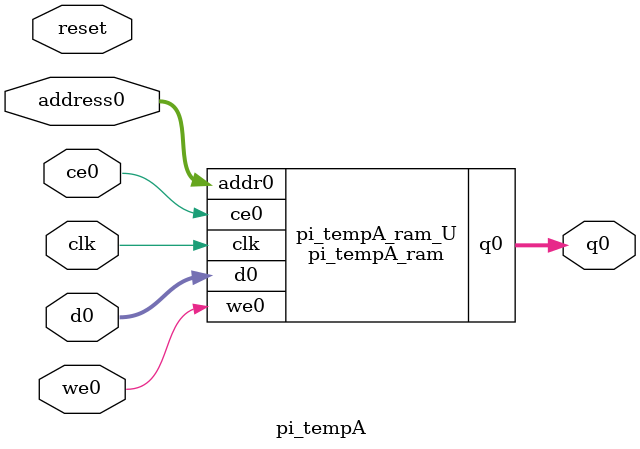
<source format=v>
`timescale 1 ns / 1 ps
module pi_tempA_ram (addr0, ce0, d0, we0, q0,  clk);

parameter DWIDTH = 64;
parameter AWIDTH = 5;
parameter MEM_SIZE = 25;

input[AWIDTH-1:0] addr0;
input ce0;
input[DWIDTH-1:0] d0;
input we0;
output reg[DWIDTH-1:0] q0;
input clk;

(* ram_style = "block" *)reg [DWIDTH-1:0] ram[0:MEM_SIZE-1];




always @(posedge clk)  
begin 
    if (ce0) begin
        if (we0) 
            ram[addr0] <= d0; 
        q0 <= ram[addr0];
    end
end


endmodule

`timescale 1 ns / 1 ps
module pi_tempA(
    reset,
    clk,
    address0,
    ce0,
    we0,
    d0,
    q0);

parameter DataWidth = 32'd64;
parameter AddressRange = 32'd25;
parameter AddressWidth = 32'd5;
input reset;
input clk;
input[AddressWidth - 1:0] address0;
input ce0;
input we0;
input[DataWidth - 1:0] d0;
output[DataWidth - 1:0] q0;



pi_tempA_ram pi_tempA_ram_U(
    .clk( clk ),
    .addr0( address0 ),
    .ce0( ce0 ),
    .we0( we0 ),
    .d0( d0 ),
    .q0( q0 ));

endmodule


</source>
